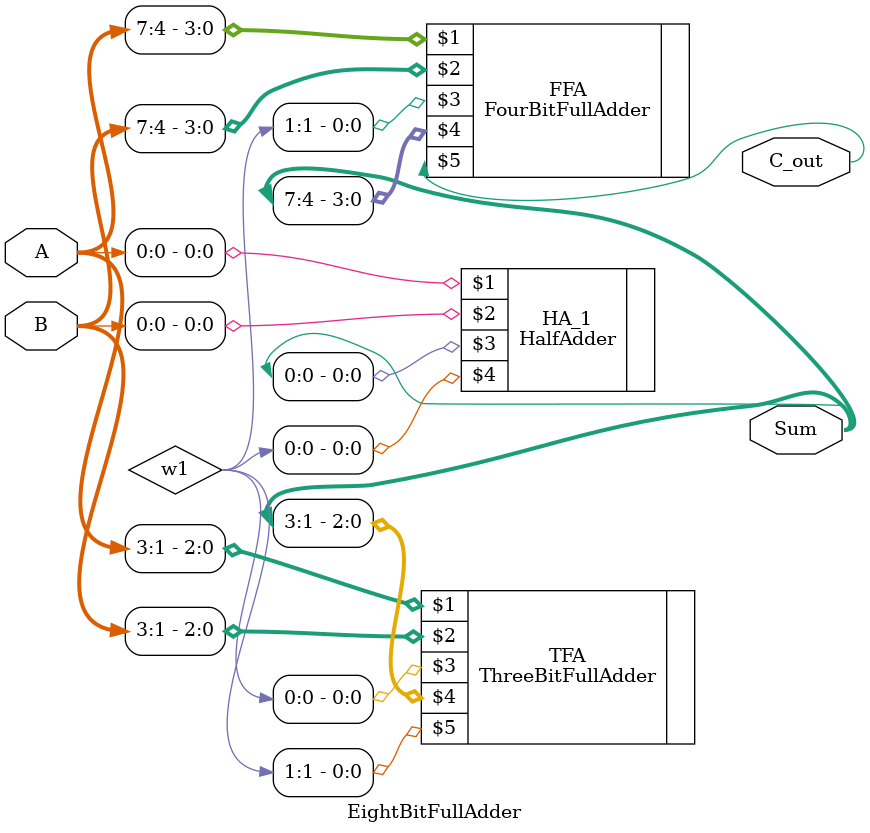
<source format=v>
module EightBitFullAdder(
	input [7:0] A,
	input [7:0] B,
	output [7:0] Sum,
	output C_out
);

	wire [1:0]w1;
	
	HalfAdder HA_1(
			A[0],
			B[0],
			Sum[0],
			w1[0] 
	);
	
	ThreeBitFullAdder TFA(
		A[3:1],
		B[3:1],
		w1[0],
		Sum[3:1],
		w1[1]
	);
	
	FourBitFullAdder FFA(
		A[7:4],
		B[7:4],
		w1[1],
		Sum[7:4],
		C_out
	);


endmodule
</source>
